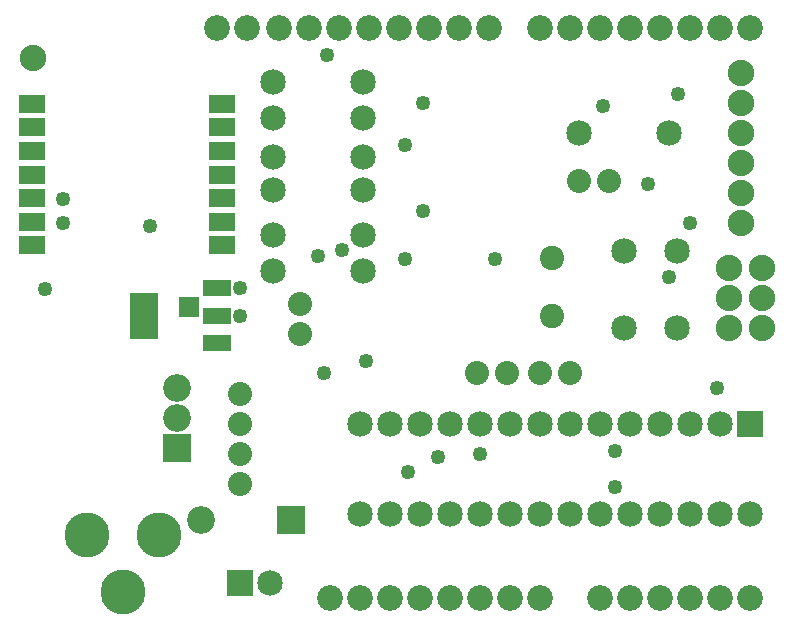
<source format=gts>
G04 MADE WITH FRITZING*
G04 WWW.FRITZING.ORG*
G04 DOUBLE SIDED*
G04 HOLES PLATED*
G04 CONTOUR ON CENTER OF CONTOUR VECTOR*
%ASAXBY*%
%FSLAX23Y23*%
%MOIN*%
%OFA0B0*%
%SFA1.0B1.0*%
%ADD10C,0.049370*%
%ADD11C,0.085000*%
%ADD12C,0.080925*%
%ADD13C,0.080866*%
%ADD14C,0.080000*%
%ADD15C,0.088000*%
%ADD16C,0.092000*%
%ADD17C,0.150000*%
%ADD18C,0.085833*%
%ADD19R,0.098000X0.058000*%
%ADD20R,0.096600X0.151700*%
%ADD21R,0.091690X0.141309*%
%ADD22R,0.065556X0.065556*%
%ADD23R,0.085000X0.085000*%
%ADD24R,0.085569X0.059806*%
%ADD25R,0.085569X0.059847*%
%ADD26R,0.092000X0.092000*%
%LNMASK1*%
G90*
G70*
G54D10*
X805Y1031D03*
X805Y1122D03*
G54D11*
X2505Y671D03*
X2505Y371D03*
X2405Y671D03*
X2405Y371D03*
X2305Y671D03*
X2305Y371D03*
X2205Y671D03*
X2205Y371D03*
X2105Y671D03*
X2105Y371D03*
X2005Y671D03*
X2005Y371D03*
X1905Y671D03*
X1905Y371D03*
X1805Y671D03*
X1805Y371D03*
X1705Y671D03*
X1705Y371D03*
X1605Y671D03*
X1605Y371D03*
X1505Y671D03*
X1505Y371D03*
X1405Y671D03*
X1405Y371D03*
X1305Y671D03*
X1305Y371D03*
X1205Y671D03*
X1205Y371D03*
G54D10*
X2015Y1731D03*
G54D11*
X2263Y1247D03*
X2263Y991D03*
X2085Y1247D03*
X2085Y991D03*
G54D12*
X1845Y1224D03*
G54D13*
X1845Y1031D03*
G54D11*
X2235Y1641D03*
X1935Y1641D03*
G54D14*
X1805Y841D03*
X1906Y841D03*
X1595Y841D03*
X1696Y841D03*
X2035Y1481D03*
X1935Y1481D03*
G54D15*
X2475Y1841D03*
X2475Y1741D03*
X2475Y1641D03*
X2475Y1541D03*
X2475Y1441D03*
X2475Y1341D03*
G54D16*
X595Y591D03*
X595Y691D03*
X595Y791D03*
G54D17*
X535Y301D03*
X295Y301D03*
X415Y111D03*
G54D16*
X975Y351D03*
X677Y351D03*
G54D11*
X805Y141D03*
X905Y141D03*
G54D14*
X805Y671D03*
X805Y771D03*
X1005Y1071D03*
X1005Y971D03*
G54D15*
X2435Y991D03*
X2435Y1091D03*
X2435Y1191D03*
X2545Y991D03*
X2545Y1091D03*
X2545Y1191D03*
X115Y1891D03*
G54D14*
X805Y471D03*
X805Y571D03*
G54D11*
X1215Y1811D03*
X915Y1811D03*
X915Y1691D03*
X1215Y1691D03*
X1215Y1561D03*
X915Y1561D03*
X915Y1181D03*
X1215Y1181D03*
X1215Y1451D03*
X915Y1451D03*
X915Y1301D03*
X1215Y1301D03*
G54D10*
X155Y1121D03*
X505Y1331D03*
X215Y1341D03*
X215Y1421D03*
X2165Y1471D03*
X2235Y1161D03*
X2305Y1341D03*
X2265Y1771D03*
X1225Y881D03*
X1095Y1901D03*
X1085Y841D03*
X1415Y1381D03*
X1465Y561D03*
X1605Y571D03*
X1065Y1231D03*
X1415Y1741D03*
X2395Y791D03*
X2055Y461D03*
X2055Y581D03*
X1355Y1601D03*
X1355Y1221D03*
X1145Y1251D03*
X1365Y511D03*
X1655Y1221D03*
G54D18*
X728Y1991D03*
X828Y1991D03*
X935Y1991D03*
X1035Y1991D03*
X1135Y1991D03*
X1235Y1991D03*
X1335Y1991D03*
X1435Y1991D03*
X1535Y1991D03*
X1635Y1991D03*
X1805Y1991D03*
X1905Y1991D03*
X2005Y1991D03*
X2105Y1991D03*
X2205Y1991D03*
X2305Y1991D03*
X2405Y1991D03*
X2505Y1991D03*
X1105Y91D03*
X1205Y91D03*
X1305Y91D03*
X1405Y91D03*
X1505Y91D03*
X1605Y91D03*
X1705Y91D03*
X1805Y91D03*
X2005Y91D03*
X2105Y91D03*
X2205Y91D03*
X2305Y91D03*
X2405Y91D03*
X2505Y91D03*
G54D19*
X730Y940D03*
X730Y1031D03*
X730Y1122D03*
G54D20*
X486Y1031D03*
G54D21*
X485Y1031D03*
X485Y1031D03*
X485Y1031D03*
G54D22*
X636Y1059D03*
X636Y1059D03*
X636Y1059D03*
X636Y1059D03*
X636Y1059D03*
X636Y1059D03*
G54D23*
X2505Y671D03*
G54D24*
X112Y1265D03*
G54D25*
X112Y1344D03*
G54D24*
X112Y1423D03*
X112Y1501D03*
X112Y1580D03*
X112Y1659D03*
X112Y1737D03*
X745Y1737D03*
X745Y1659D03*
X745Y1580D03*
X745Y1501D03*
X745Y1423D03*
G54D25*
X745Y1344D03*
G54D24*
X745Y1265D03*
G54D26*
X595Y591D03*
X976Y351D03*
G54D23*
X805Y141D03*
G04 End of Mask1*
M02*
</source>
